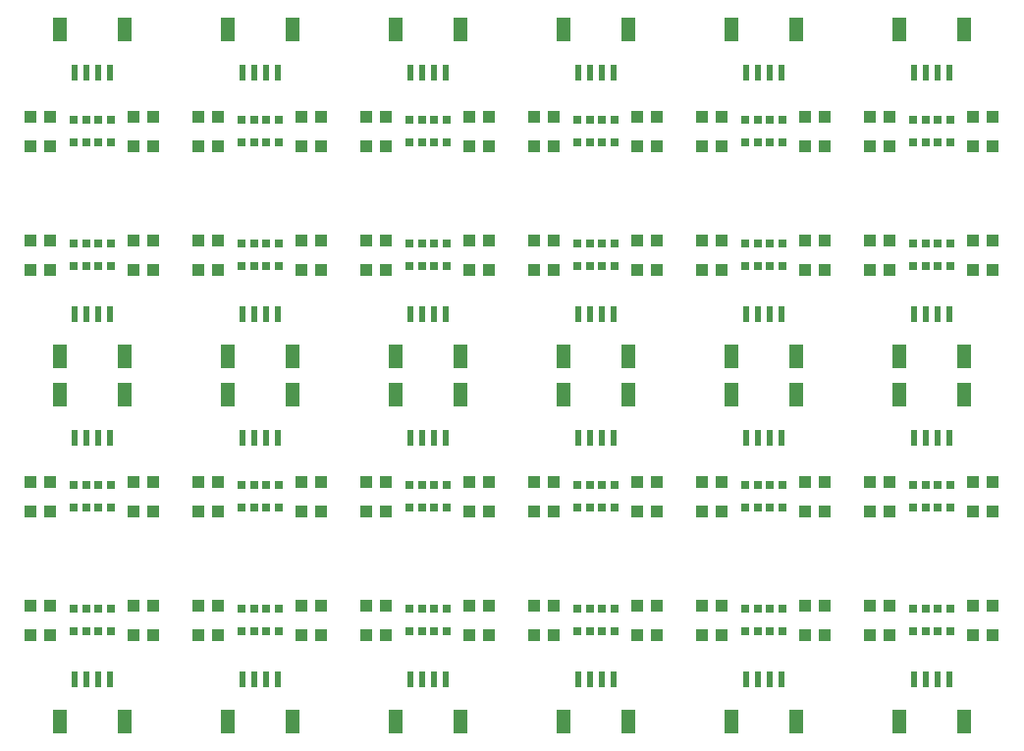
<source format=gtp>
G75*
%MOIN*%
%OFA0B0*%
%FSLAX25Y25*%
%IPPOS*%
%LPD*%
%AMOC8*
5,1,8,0,0,1.08239X$1,22.5*
%
%ADD10R,0.04331X0.03937*%
%ADD11R,0.02854X0.02756*%
%ADD12R,0.04724X0.07874*%
%ADD13R,0.02362X0.05315*%
D10*
X0038154Y0095167D03*
X0044846Y0095167D03*
X0044846Y0105167D03*
X0038154Y0105167D03*
X0038154Y0137167D03*
X0044846Y0137167D03*
X0044846Y0147167D03*
X0038154Y0147167D03*
X0073154Y0147167D03*
X0079846Y0147167D03*
X0079846Y0137167D03*
X0073154Y0137167D03*
X0095154Y0137167D03*
X0101846Y0137167D03*
X0101846Y0147167D03*
X0095154Y0147167D03*
X0130154Y0147167D03*
X0136846Y0147167D03*
X0136846Y0137167D03*
X0130154Y0137167D03*
X0152154Y0137167D03*
X0158846Y0137167D03*
X0158846Y0147167D03*
X0152154Y0147167D03*
X0187154Y0147167D03*
X0193846Y0147167D03*
X0193846Y0137167D03*
X0187154Y0137167D03*
X0209154Y0137167D03*
X0215846Y0137167D03*
X0215846Y0147167D03*
X0209154Y0147167D03*
X0244154Y0147167D03*
X0250846Y0147167D03*
X0250846Y0137167D03*
X0244154Y0137167D03*
X0266154Y0137167D03*
X0272846Y0137167D03*
X0272846Y0147167D03*
X0266154Y0147167D03*
X0301154Y0147167D03*
X0307846Y0147167D03*
X0307846Y0137167D03*
X0301154Y0137167D03*
X0323154Y0137167D03*
X0329846Y0137167D03*
X0329846Y0147167D03*
X0323154Y0147167D03*
X0358154Y0147167D03*
X0364846Y0147167D03*
X0364846Y0137167D03*
X0358154Y0137167D03*
X0358154Y0105167D03*
X0364846Y0105167D03*
X0364846Y0095167D03*
X0358154Y0095167D03*
X0329846Y0095167D03*
X0323154Y0095167D03*
X0323154Y0105167D03*
X0329846Y0105167D03*
X0307846Y0105167D03*
X0301154Y0105167D03*
X0301154Y0095167D03*
X0307846Y0095167D03*
X0272846Y0095167D03*
X0266154Y0095167D03*
X0266154Y0105167D03*
X0272846Y0105167D03*
X0250846Y0105167D03*
X0244154Y0105167D03*
X0244154Y0095167D03*
X0250846Y0095167D03*
X0215846Y0095167D03*
X0209154Y0095167D03*
X0209154Y0105167D03*
X0215846Y0105167D03*
X0193846Y0105167D03*
X0187154Y0105167D03*
X0187154Y0095167D03*
X0193846Y0095167D03*
X0158846Y0095167D03*
X0152154Y0095167D03*
X0152154Y0105167D03*
X0158846Y0105167D03*
X0136846Y0105167D03*
X0130154Y0105167D03*
X0130154Y0095167D03*
X0136846Y0095167D03*
X0101846Y0095167D03*
X0095154Y0095167D03*
X0095154Y0105167D03*
X0101846Y0105167D03*
X0079846Y0105167D03*
X0073154Y0105167D03*
X0073154Y0095167D03*
X0079846Y0095167D03*
X0079846Y0219167D03*
X0073154Y0219167D03*
X0073154Y0229167D03*
X0079846Y0229167D03*
X0095154Y0229167D03*
X0101846Y0229167D03*
X0101846Y0219167D03*
X0095154Y0219167D03*
X0130154Y0219167D03*
X0136846Y0219167D03*
X0136846Y0229167D03*
X0130154Y0229167D03*
X0152154Y0229167D03*
X0158846Y0229167D03*
X0158846Y0219167D03*
X0152154Y0219167D03*
X0187154Y0219167D03*
X0193846Y0219167D03*
X0193846Y0229167D03*
X0187154Y0229167D03*
X0209154Y0229167D03*
X0215846Y0229167D03*
X0215846Y0219167D03*
X0209154Y0219167D03*
X0244154Y0219167D03*
X0250846Y0219167D03*
X0250846Y0229167D03*
X0244154Y0229167D03*
X0266154Y0229167D03*
X0272846Y0229167D03*
X0272846Y0219167D03*
X0266154Y0219167D03*
X0301154Y0219167D03*
X0307846Y0219167D03*
X0307846Y0229167D03*
X0301154Y0229167D03*
X0323154Y0229167D03*
X0329846Y0229167D03*
X0329846Y0219167D03*
X0323154Y0219167D03*
X0358154Y0219167D03*
X0364846Y0219167D03*
X0364846Y0229167D03*
X0358154Y0229167D03*
X0358154Y0261167D03*
X0364846Y0261167D03*
X0364846Y0271167D03*
X0358154Y0271167D03*
X0329846Y0271167D03*
X0323154Y0271167D03*
X0323154Y0261167D03*
X0329846Y0261167D03*
X0307846Y0261167D03*
X0301154Y0261167D03*
X0301154Y0271167D03*
X0307846Y0271167D03*
X0272846Y0271167D03*
X0266154Y0271167D03*
X0266154Y0261167D03*
X0272846Y0261167D03*
X0250846Y0261167D03*
X0244154Y0261167D03*
X0244154Y0271167D03*
X0250846Y0271167D03*
X0215846Y0271167D03*
X0209154Y0271167D03*
X0209154Y0261167D03*
X0215846Y0261167D03*
X0193846Y0261167D03*
X0187154Y0261167D03*
X0187154Y0271167D03*
X0193846Y0271167D03*
X0158846Y0271167D03*
X0152154Y0271167D03*
X0152154Y0261167D03*
X0158846Y0261167D03*
X0136846Y0261167D03*
X0130154Y0261167D03*
X0130154Y0271167D03*
X0136846Y0271167D03*
X0101846Y0271167D03*
X0095154Y0271167D03*
X0095154Y0261167D03*
X0101846Y0261167D03*
X0079846Y0261167D03*
X0073154Y0261167D03*
X0073154Y0271167D03*
X0079846Y0271167D03*
X0044846Y0271167D03*
X0038154Y0271167D03*
X0038154Y0261167D03*
X0044846Y0261167D03*
X0044846Y0229167D03*
X0038154Y0229167D03*
X0038154Y0219167D03*
X0044846Y0219167D03*
D11*
X0052652Y0220230D03*
X0056884Y0220230D03*
X0061116Y0220230D03*
X0065348Y0220230D03*
X0065348Y0228104D03*
X0061116Y0228104D03*
X0056884Y0228104D03*
X0052652Y0228104D03*
X0052652Y0262230D03*
X0056884Y0262230D03*
X0061116Y0262230D03*
X0065348Y0262230D03*
X0065348Y0270104D03*
X0061116Y0270104D03*
X0056884Y0270104D03*
X0052652Y0270104D03*
X0109652Y0270104D03*
X0113884Y0270104D03*
X0118116Y0270104D03*
X0122348Y0270104D03*
X0122348Y0262230D03*
X0118116Y0262230D03*
X0113884Y0262230D03*
X0109652Y0262230D03*
X0109652Y0228104D03*
X0113884Y0228104D03*
X0118116Y0228104D03*
X0122348Y0228104D03*
X0122348Y0220230D03*
X0118116Y0220230D03*
X0113884Y0220230D03*
X0109652Y0220230D03*
X0166652Y0220230D03*
X0170884Y0220230D03*
X0175116Y0220230D03*
X0179348Y0220230D03*
X0179348Y0228104D03*
X0175116Y0228104D03*
X0170884Y0228104D03*
X0166652Y0228104D03*
X0166652Y0262230D03*
X0170884Y0262230D03*
X0175116Y0262230D03*
X0179348Y0262230D03*
X0179348Y0270104D03*
X0175116Y0270104D03*
X0170884Y0270104D03*
X0166652Y0270104D03*
X0223652Y0270104D03*
X0227884Y0270104D03*
X0232116Y0270104D03*
X0236348Y0270104D03*
X0236348Y0262230D03*
X0232116Y0262230D03*
X0227884Y0262230D03*
X0223652Y0262230D03*
X0223652Y0228104D03*
X0227884Y0228104D03*
X0232116Y0228104D03*
X0236348Y0228104D03*
X0236348Y0220230D03*
X0232116Y0220230D03*
X0227884Y0220230D03*
X0223652Y0220230D03*
X0280652Y0220230D03*
X0284884Y0220230D03*
X0289116Y0220230D03*
X0293348Y0220230D03*
X0293348Y0228104D03*
X0289116Y0228104D03*
X0284884Y0228104D03*
X0280652Y0228104D03*
X0280652Y0262230D03*
X0284884Y0262230D03*
X0289116Y0262230D03*
X0293348Y0262230D03*
X0293348Y0270104D03*
X0289116Y0270104D03*
X0284884Y0270104D03*
X0280652Y0270104D03*
X0337652Y0270104D03*
X0341884Y0270104D03*
X0346116Y0270104D03*
X0350348Y0270104D03*
X0350348Y0262230D03*
X0346116Y0262230D03*
X0341884Y0262230D03*
X0337652Y0262230D03*
X0337652Y0228104D03*
X0341884Y0228104D03*
X0346116Y0228104D03*
X0350348Y0228104D03*
X0350348Y0220230D03*
X0346116Y0220230D03*
X0341884Y0220230D03*
X0337652Y0220230D03*
X0337652Y0146104D03*
X0341884Y0146104D03*
X0346116Y0146104D03*
X0350348Y0146104D03*
X0350348Y0138230D03*
X0346116Y0138230D03*
X0341884Y0138230D03*
X0337652Y0138230D03*
X0337652Y0104104D03*
X0341884Y0104104D03*
X0346116Y0104104D03*
X0350348Y0104104D03*
X0350348Y0096230D03*
X0346116Y0096230D03*
X0341884Y0096230D03*
X0337652Y0096230D03*
X0293348Y0096230D03*
X0289116Y0096230D03*
X0284884Y0096230D03*
X0280652Y0096230D03*
X0280652Y0104104D03*
X0284884Y0104104D03*
X0289116Y0104104D03*
X0293348Y0104104D03*
X0293348Y0138230D03*
X0289116Y0138230D03*
X0284884Y0138230D03*
X0280652Y0138230D03*
X0280652Y0146104D03*
X0284884Y0146104D03*
X0289116Y0146104D03*
X0293348Y0146104D03*
X0236348Y0146104D03*
X0232116Y0146104D03*
X0227884Y0146104D03*
X0223652Y0146104D03*
X0223652Y0138230D03*
X0227884Y0138230D03*
X0232116Y0138230D03*
X0236348Y0138230D03*
X0236348Y0104104D03*
X0232116Y0104104D03*
X0227884Y0104104D03*
X0223652Y0104104D03*
X0223652Y0096230D03*
X0227884Y0096230D03*
X0232116Y0096230D03*
X0236348Y0096230D03*
X0179348Y0096230D03*
X0175116Y0096230D03*
X0170884Y0096230D03*
X0166652Y0096230D03*
X0166652Y0104104D03*
X0170884Y0104104D03*
X0175116Y0104104D03*
X0179348Y0104104D03*
X0179348Y0138230D03*
X0175116Y0138230D03*
X0170884Y0138230D03*
X0166652Y0138230D03*
X0166652Y0146104D03*
X0170884Y0146104D03*
X0175116Y0146104D03*
X0179348Y0146104D03*
X0122348Y0146104D03*
X0118116Y0146104D03*
X0113884Y0146104D03*
X0109652Y0146104D03*
X0109652Y0138230D03*
X0113884Y0138230D03*
X0118116Y0138230D03*
X0122348Y0138230D03*
X0122348Y0104104D03*
X0118116Y0104104D03*
X0113884Y0104104D03*
X0109652Y0104104D03*
X0109652Y0096230D03*
X0113884Y0096230D03*
X0118116Y0096230D03*
X0122348Y0096230D03*
X0065348Y0096230D03*
X0061116Y0096230D03*
X0056884Y0096230D03*
X0052652Y0096230D03*
X0052652Y0104104D03*
X0056884Y0104104D03*
X0061116Y0104104D03*
X0065348Y0104104D03*
X0065348Y0138230D03*
X0061116Y0138230D03*
X0056884Y0138230D03*
X0052652Y0138230D03*
X0052652Y0146104D03*
X0056884Y0146104D03*
X0061116Y0146104D03*
X0065348Y0146104D03*
D12*
X0047976Y0065698D03*
X0070024Y0065698D03*
X0104976Y0065698D03*
X0127024Y0065698D03*
X0161976Y0065698D03*
X0184024Y0065698D03*
X0218976Y0065698D03*
X0241024Y0065698D03*
X0275976Y0065698D03*
X0298024Y0065698D03*
X0332976Y0065698D03*
X0355024Y0065698D03*
X0355024Y0176635D03*
X0355024Y0189698D03*
X0332976Y0189698D03*
X0332976Y0176635D03*
X0298024Y0176635D03*
X0298024Y0189698D03*
X0275976Y0189698D03*
X0275976Y0176635D03*
X0241024Y0176635D03*
X0241024Y0189698D03*
X0218976Y0189698D03*
X0218976Y0176635D03*
X0184024Y0176635D03*
X0184024Y0189698D03*
X0161976Y0189698D03*
X0161976Y0176635D03*
X0127024Y0176635D03*
X0127024Y0189698D03*
X0104976Y0189698D03*
X0104976Y0176635D03*
X0070024Y0176635D03*
X0070024Y0189698D03*
X0047976Y0189698D03*
X0047976Y0176635D03*
X0047976Y0300635D03*
X0070024Y0300635D03*
X0104976Y0300635D03*
X0127024Y0300635D03*
X0161976Y0300635D03*
X0184024Y0300635D03*
X0218976Y0300635D03*
X0241024Y0300635D03*
X0275976Y0300635D03*
X0298024Y0300635D03*
X0332976Y0300635D03*
X0355024Y0300635D03*
D13*
X0349906Y0286167D03*
X0345969Y0286167D03*
X0342031Y0286167D03*
X0338094Y0286167D03*
X0292906Y0286167D03*
X0288969Y0286167D03*
X0285031Y0286167D03*
X0281094Y0286167D03*
X0235906Y0286167D03*
X0231969Y0286167D03*
X0228031Y0286167D03*
X0224094Y0286167D03*
X0178906Y0286167D03*
X0174969Y0286167D03*
X0171031Y0286167D03*
X0167094Y0286167D03*
X0121906Y0286167D03*
X0117969Y0286167D03*
X0114031Y0286167D03*
X0110094Y0286167D03*
X0064906Y0286167D03*
X0060969Y0286167D03*
X0057031Y0286167D03*
X0053094Y0286167D03*
X0053094Y0204167D03*
X0057031Y0204167D03*
X0060969Y0204167D03*
X0064906Y0204167D03*
X0064906Y0162167D03*
X0060969Y0162167D03*
X0057031Y0162167D03*
X0053094Y0162167D03*
X0110094Y0162167D03*
X0114031Y0162167D03*
X0117969Y0162167D03*
X0121906Y0162167D03*
X0167094Y0162167D03*
X0171031Y0162167D03*
X0174969Y0162167D03*
X0178906Y0162167D03*
X0224094Y0162167D03*
X0228031Y0162167D03*
X0231969Y0162167D03*
X0235906Y0162167D03*
X0281094Y0162167D03*
X0285031Y0162167D03*
X0288969Y0162167D03*
X0292906Y0162167D03*
X0338094Y0162167D03*
X0342031Y0162167D03*
X0345969Y0162167D03*
X0349906Y0162167D03*
X0349906Y0204167D03*
X0345969Y0204167D03*
X0342031Y0204167D03*
X0338094Y0204167D03*
X0292906Y0204167D03*
X0288969Y0204167D03*
X0285031Y0204167D03*
X0281094Y0204167D03*
X0235906Y0204167D03*
X0231969Y0204167D03*
X0228031Y0204167D03*
X0224094Y0204167D03*
X0178906Y0204167D03*
X0174969Y0204167D03*
X0171031Y0204167D03*
X0167094Y0204167D03*
X0121906Y0204167D03*
X0117969Y0204167D03*
X0114031Y0204167D03*
X0110094Y0204167D03*
X0110094Y0080167D03*
X0114031Y0080167D03*
X0117969Y0080167D03*
X0121906Y0080167D03*
X0167094Y0080167D03*
X0171031Y0080167D03*
X0174969Y0080167D03*
X0178906Y0080167D03*
X0224094Y0080167D03*
X0228031Y0080167D03*
X0231969Y0080167D03*
X0235906Y0080167D03*
X0281094Y0080167D03*
X0285031Y0080167D03*
X0288969Y0080167D03*
X0292906Y0080167D03*
X0338094Y0080167D03*
X0342031Y0080167D03*
X0345969Y0080167D03*
X0349906Y0080167D03*
X0064906Y0080167D03*
X0060969Y0080167D03*
X0057031Y0080167D03*
X0053094Y0080167D03*
M02*

</source>
